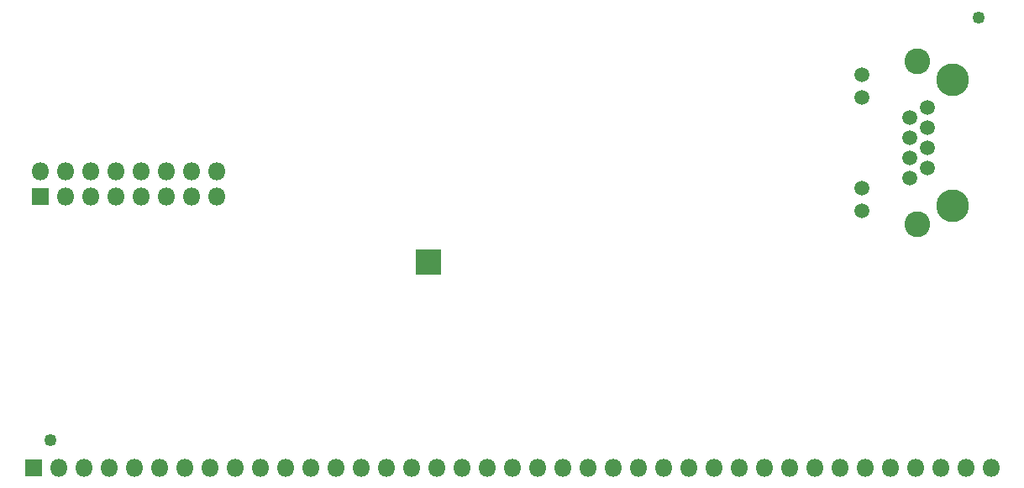
<source format=gbs>
%TF.GenerationSoftware,KiCad,Pcbnew,5.1.6*%
%TF.CreationDate,2020-08-16T22:16:08+02:00*%
%TF.ProjectId,RC2014-Ethernet,52433230-3134-42d4-9574-6865726e6574,rev?*%
%TF.SameCoordinates,Original*%
%TF.FileFunction,Soldermask,Bot*%
%TF.FilePolarity,Negative*%
%FSLAX46Y46*%
G04 Gerber Fmt 4.6, Leading zero omitted, Abs format (unit mm)*
G04 Created by KiCad (PCBNEW 5.1.6) date 2020-08-16 22:16:08*
%MOMM*%
%LPD*%
G01*
G04 APERTURE LIST*
%ADD10C,1.252000*%
%ADD11C,1.500000*%
%ADD12C,2.600000*%
%ADD13C,3.300000*%
%ADD14R,2.600000X2.600000*%
%ADD15O,1.800000X1.800000*%
%ADD16R,1.800000X1.800000*%
G04 APERTURE END LIST*
D10*
%TO.C,H2*%
X139319000Y-26670000D03*
%TD*%
%TO.C,H1*%
X45720000Y-69215000D03*
%TD*%
D11*
%TO.C,J2*%
X127532000Y-43820000D03*
X127532000Y-46110000D03*
X127532000Y-34680000D03*
X127532000Y-32390000D03*
X132332000Y-42820000D03*
X134112000Y-41800000D03*
X132332000Y-40780000D03*
X134112000Y-39760000D03*
X132332000Y-38740000D03*
X134112000Y-37720000D03*
X132332000Y-36700000D03*
X134112000Y-35680000D03*
D12*
X133092000Y-47450000D03*
X133092000Y-31050000D03*
D13*
X136652000Y-45600000D03*
X136652000Y-32900000D03*
%TD*%
D14*
%TO.C,TP1*%
X83820000Y-51308000D03*
%TD*%
D15*
%TO.C,J3*%
X62484000Y-42164000D03*
X62484000Y-44704000D03*
X59944000Y-42164000D03*
X59944000Y-44704000D03*
X57404000Y-42164000D03*
X57404000Y-44704000D03*
X54864000Y-42164000D03*
X54864000Y-44704000D03*
X52324000Y-42164000D03*
X52324000Y-44704000D03*
X49784000Y-42164000D03*
X49784000Y-44704000D03*
X47244000Y-42164000D03*
X47244000Y-44704000D03*
X44704000Y-42164000D03*
D16*
X44704000Y-44704000D03*
%TD*%
D15*
%TO.C,J1*%
X140520000Y-72000000D03*
X137980000Y-72000000D03*
X135440000Y-72000000D03*
X132900000Y-72000000D03*
X130360000Y-72000000D03*
X127820000Y-72000000D03*
X125280000Y-72000000D03*
X122740000Y-72000000D03*
X120200000Y-72000000D03*
X117660000Y-72000000D03*
X115120000Y-72000000D03*
X112580000Y-72000000D03*
X110040000Y-72000000D03*
X107500000Y-72000000D03*
X104960000Y-72000000D03*
X102420000Y-72000000D03*
X99880000Y-72000000D03*
X97340000Y-72000000D03*
X94800000Y-72000000D03*
X92260000Y-72000000D03*
X89720000Y-72000000D03*
X87180000Y-72000000D03*
X84640000Y-72000000D03*
X82100000Y-72000000D03*
X79560000Y-72000000D03*
X77020000Y-72000000D03*
X74480000Y-72000000D03*
X71940000Y-72000000D03*
X69400000Y-72000000D03*
X66860000Y-72000000D03*
X64320000Y-72000000D03*
X61780000Y-72000000D03*
X59240000Y-72000000D03*
X56700000Y-72000000D03*
X54160000Y-72000000D03*
X51620000Y-72000000D03*
X49080000Y-72000000D03*
X46540000Y-72000000D03*
D16*
X44000000Y-72000000D03*
%TD*%
M02*

</source>
